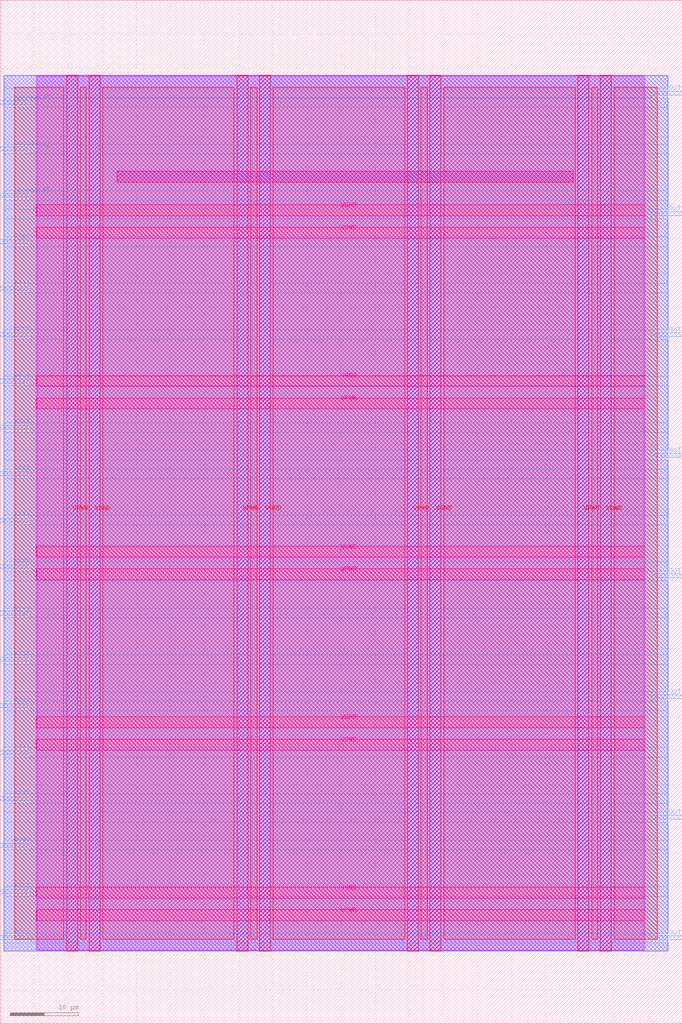
<source format=lef>
VERSION 5.7 ;
  NOWIREEXTENSIONATPIN ON ;
  DIVIDERCHAR "/" ;
  BUSBITCHARS "[]" ;
MACRO ALU
  CLASS BLOCK ;
  FOREIGN ALU ;
  ORIGIN 0.000 0.000 ;
  SIZE 100.000 BY 150.000 ;
  PIN A[0]
    DIRECTION INPUT ;
    USE SIGNAL ;
    ANTENNAGATEAREA 0.213000 ;
    PORT
      LAYER met3 ;
        RECT 0.000 59.880 4.000 60.480 ;
    END
  END A[0]
  PIN A[1]
    DIRECTION INPUT ;
    USE SIGNAL ;
    ANTENNAGATEAREA 0.213000 ;
    PORT
      LAYER met3 ;
        RECT 0.000 53.080 4.000 53.680 ;
    END
  END A[1]
  PIN A[2]
    DIRECTION INPUT ;
    USE SIGNAL ;
    ANTENNAGATEAREA 0.247500 ;
    PORT
      LAYER met3 ;
        RECT 0.000 46.280 4.000 46.880 ;
    END
  END A[2]
  PIN A[3]
    DIRECTION INPUT ;
    USE SIGNAL ;
    ANTENNAGATEAREA 0.247500 ;
    PORT
      LAYER met3 ;
        RECT 0.000 39.480 4.000 40.080 ;
    END
  END A[3]
  PIN A[4]
    DIRECTION INPUT ;
    USE SIGNAL ;
    ANTENNAGATEAREA 0.247500 ;
    PORT
      LAYER met3 ;
        RECT 0.000 32.680 4.000 33.280 ;
    END
  END A[4]
  PIN A[5]
    DIRECTION INPUT ;
    USE SIGNAL ;
    ANTENNAGATEAREA 0.213000 ;
    PORT
      LAYER met3 ;
        RECT 0.000 25.880 4.000 26.480 ;
    END
  END A[5]
  PIN A[6]
    DIRECTION INPUT ;
    USE SIGNAL ;
    ANTENNAGATEAREA 0.495000 ;
    PORT
      LAYER met3 ;
        RECT 0.000 19.080 4.000 19.680 ;
    END
  END A[6]
  PIN A[7]
    DIRECTION INPUT ;
    USE SIGNAL ;
    ANTENNAGATEAREA 0.213000 ;
    PORT
      LAYER met3 ;
        RECT 0.000 12.280 4.000 12.880 ;
    END
  END A[7]
  PIN B[0]
    DIRECTION INPUT ;
    USE SIGNAL ;
    ANTENNAGATEAREA 0.247500 ;
    PORT
      LAYER met3 ;
        RECT 0.000 114.280 4.000 114.880 ;
    END
  END B[0]
  PIN B[1]
    DIRECTION INPUT ;
    USE SIGNAL ;
    ANTENNAGATEAREA 0.495000 ;
    PORT
      LAYER met3 ;
        RECT 0.000 107.480 4.000 108.080 ;
    END
  END B[1]
  PIN B[2]
    DIRECTION INPUT ;
    USE SIGNAL ;
    ANTENNAGATEAREA 0.159000 ;
    PORT
      LAYER met3 ;
        RECT 0.000 100.680 4.000 101.280 ;
    END
  END B[2]
  PIN B[3]
    DIRECTION INPUT ;
    USE SIGNAL ;
    ANTENNAGATEAREA 0.159000 ;
    PORT
      LAYER met3 ;
        RECT 0.000 93.880 4.000 94.480 ;
    END
  END B[3]
  PIN B[4]
    DIRECTION INPUT ;
    USE SIGNAL ;
    ANTENNAGATEAREA 0.159000 ;
    PORT
      LAYER met3 ;
        RECT 0.000 87.080 4.000 87.680 ;
    END
  END B[4]
  PIN B[5]
    DIRECTION INPUT ;
    USE SIGNAL ;
    ANTENNAGATEAREA 0.247500 ;
    PORT
      LAYER met3 ;
        RECT 0.000 80.280 4.000 80.880 ;
    END
  END B[5]
  PIN B[6]
    DIRECTION INPUT ;
    USE SIGNAL ;
    ANTENNAGATEAREA 0.247500 ;
    PORT
      LAYER met3 ;
        RECT 0.000 73.480 4.000 74.080 ;
    END
  END B[6]
  PIN B[7]
    DIRECTION INPUT ;
    USE SIGNAL ;
    ANTENNAGATEAREA 0.126000 ;
    PORT
      LAYER met3 ;
        RECT 0.000 66.680 4.000 67.280 ;
    END
  END B[7]
  PIN OUT[0]
    DIRECTION OUTPUT ;
    USE SIGNAL ;
    ANTENNADIFFAREA 0.445500 ;
    PORT
      LAYER met3 ;
        RECT 96.000 136.040 100.000 136.640 ;
    END
  END OUT[0]
  PIN OUT[1]
    DIRECTION OUTPUT ;
    USE SIGNAL ;
    ANTENNADIFFAREA 0.445500 ;
    PORT
      LAYER met3 ;
        RECT 96.000 118.360 100.000 118.960 ;
    END
  END OUT[1]
  PIN OUT[2]
    DIRECTION OUTPUT ;
    USE SIGNAL ;
    ANTENNADIFFAREA 0.445500 ;
    PORT
      LAYER met3 ;
        RECT 96.000 100.680 100.000 101.280 ;
    END
  END OUT[2]
  PIN OUT[3]
    DIRECTION OUTPUT ;
    USE SIGNAL ;
    ANTENNADIFFAREA 0.445500 ;
    PORT
      LAYER met3 ;
        RECT 96.000 83.000 100.000 83.600 ;
    END
  END OUT[3]
  PIN OUT[4]
    DIRECTION OUTPUT ;
    USE SIGNAL ;
    ANTENNADIFFAREA 0.445500 ;
    PORT
      LAYER met3 ;
        RECT 96.000 65.320 100.000 65.920 ;
    END
  END OUT[4]
  PIN OUT[5]
    DIRECTION OUTPUT ;
    USE SIGNAL ;
    ANTENNADIFFAREA 0.445500 ;
    PORT
      LAYER met3 ;
        RECT 96.000 47.640 100.000 48.240 ;
    END
  END OUT[5]
  PIN OUT[6]
    DIRECTION OUTPUT ;
    USE SIGNAL ;
    ANTENNADIFFAREA 0.445500 ;
    PORT
      LAYER met3 ;
        RECT 96.000 29.960 100.000 30.560 ;
    END
  END OUT[6]
  PIN OUT[7]
    DIRECTION OUTPUT ;
    USE SIGNAL ;
    ANTENNADIFFAREA 1.782000 ;
    PORT
      LAYER met3 ;
        RECT 96.000 12.280 100.000 12.880 ;
    END
  END OUT[7]
  PIN VGND
    DIRECTION INOUT ;
    USE GROUND ;
    PORT
      LAYER met4 ;
        RECT 13.020 10.640 14.620 138.960 ;
    END
    PORT
      LAYER met4 ;
        RECT 38.020 10.640 39.620 138.960 ;
    END
    PORT
      LAYER met4 ;
        RECT 63.020 10.640 64.620 138.960 ;
    END
    PORT
      LAYER met4 ;
        RECT 88.020 10.640 89.620 138.960 ;
    END
    PORT
      LAYER met5 ;
        RECT 5.280 18.380 94.540 19.980 ;
    END
    PORT
      LAYER met5 ;
        RECT 5.280 43.380 94.540 44.980 ;
    END
    PORT
      LAYER met5 ;
        RECT 5.280 68.380 94.540 69.980 ;
    END
    PORT
      LAYER met5 ;
        RECT 5.280 93.380 94.540 94.980 ;
    END
    PORT
      LAYER met5 ;
        RECT 5.280 118.380 94.540 119.980 ;
    END
  END VGND
  PIN VPWR
    DIRECTION INOUT ;
    USE POWER ;
    PORT
      LAYER met4 ;
        RECT 9.720 10.640 11.320 138.960 ;
    END
    PORT
      LAYER met4 ;
        RECT 34.720 10.640 36.320 138.960 ;
    END
    PORT
      LAYER met4 ;
        RECT 59.720 10.640 61.320 138.960 ;
    END
    PORT
      LAYER met4 ;
        RECT 84.720 10.640 86.320 138.960 ;
    END
    PORT
      LAYER met5 ;
        RECT 5.280 15.080 94.540 16.680 ;
    END
    PORT
      LAYER met5 ;
        RECT 5.280 40.080 94.540 41.680 ;
    END
    PORT
      LAYER met5 ;
        RECT 5.280 65.080 94.540 66.680 ;
    END
    PORT
      LAYER met5 ;
        RECT 5.280 90.080 94.540 91.680 ;
    END
    PORT
      LAYER met5 ;
        RECT 5.280 115.080 94.540 116.680 ;
    END
  END VPWR
  PIN opcode[0]
    DIRECTION INPUT ;
    USE SIGNAL ;
    ANTENNAGATEAREA 0.159000 ;
    PORT
      LAYER met3 ;
        RECT 0.000 134.680 4.000 135.280 ;
    END
  END opcode[0]
  PIN opcode[1]
    DIRECTION INPUT ;
    USE SIGNAL ;
    ANTENNAGATEAREA 0.213000 ;
    PORT
      LAYER met3 ;
        RECT 0.000 127.880 4.000 128.480 ;
    END
  END opcode[1]
  PIN opcode[2]
    DIRECTION INPUT ;
    USE SIGNAL ;
    ANTENNAGATEAREA 0.247500 ;
    PORT
      LAYER met3 ;
        RECT 0.000 121.080 4.000 121.680 ;
    END
  END opcode[2]
  OBS
      LAYER nwell ;
        RECT 5.330 10.795 94.490 138.910 ;
      LAYER li1 ;
        RECT 5.520 10.795 94.300 138.805 ;
      LAYER met1 ;
        RECT 0.530 10.640 97.910 138.960 ;
      LAYER met2 ;
        RECT 0.550 10.695 97.890 138.905 ;
      LAYER met3 ;
        RECT 0.525 137.040 97.915 138.885 ;
        RECT 0.525 135.680 95.600 137.040 ;
        RECT 4.400 135.640 95.600 135.680 ;
        RECT 4.400 134.280 97.915 135.640 ;
        RECT 0.525 128.880 97.915 134.280 ;
        RECT 4.400 127.480 97.915 128.880 ;
        RECT 0.525 122.080 97.915 127.480 ;
        RECT 4.400 120.680 97.915 122.080 ;
        RECT 0.525 119.360 97.915 120.680 ;
        RECT 0.525 117.960 95.600 119.360 ;
        RECT 0.525 115.280 97.915 117.960 ;
        RECT 4.400 113.880 97.915 115.280 ;
        RECT 0.525 108.480 97.915 113.880 ;
        RECT 4.400 107.080 97.915 108.480 ;
        RECT 0.525 101.680 97.915 107.080 ;
        RECT 4.400 100.280 95.600 101.680 ;
        RECT 0.525 94.880 97.915 100.280 ;
        RECT 4.400 93.480 97.915 94.880 ;
        RECT 0.525 88.080 97.915 93.480 ;
        RECT 4.400 86.680 97.915 88.080 ;
        RECT 0.525 84.000 97.915 86.680 ;
        RECT 0.525 82.600 95.600 84.000 ;
        RECT 0.525 81.280 97.915 82.600 ;
        RECT 4.400 79.880 97.915 81.280 ;
        RECT 0.525 74.480 97.915 79.880 ;
        RECT 4.400 73.080 97.915 74.480 ;
        RECT 0.525 67.680 97.915 73.080 ;
        RECT 4.400 66.320 97.915 67.680 ;
        RECT 4.400 66.280 95.600 66.320 ;
        RECT 0.525 64.920 95.600 66.280 ;
        RECT 0.525 60.880 97.915 64.920 ;
        RECT 4.400 59.480 97.915 60.880 ;
        RECT 0.525 54.080 97.915 59.480 ;
        RECT 4.400 52.680 97.915 54.080 ;
        RECT 0.525 48.640 97.915 52.680 ;
        RECT 0.525 47.280 95.600 48.640 ;
        RECT 4.400 47.240 95.600 47.280 ;
        RECT 4.400 45.880 97.915 47.240 ;
        RECT 0.525 40.480 97.915 45.880 ;
        RECT 4.400 39.080 97.915 40.480 ;
        RECT 0.525 33.680 97.915 39.080 ;
        RECT 4.400 32.280 97.915 33.680 ;
        RECT 0.525 30.960 97.915 32.280 ;
        RECT 0.525 29.560 95.600 30.960 ;
        RECT 0.525 26.880 97.915 29.560 ;
        RECT 4.400 25.480 97.915 26.880 ;
        RECT 0.525 20.080 97.915 25.480 ;
        RECT 4.400 18.680 97.915 20.080 ;
        RECT 0.525 13.280 97.915 18.680 ;
        RECT 4.400 11.880 95.600 13.280 ;
        RECT 0.525 10.715 97.915 11.880 ;
      LAYER met4 ;
        RECT 2.135 12.415 9.320 137.185 ;
        RECT 11.720 12.415 12.620 137.185 ;
        RECT 15.020 12.415 34.320 137.185 ;
        RECT 36.720 12.415 37.620 137.185 ;
        RECT 40.020 12.415 59.320 137.185 ;
        RECT 61.720 12.415 62.620 137.185 ;
        RECT 65.020 12.415 84.320 137.185 ;
        RECT 86.720 12.415 87.620 137.185 ;
        RECT 90.020 12.415 96.305 137.185 ;
      LAYER met5 ;
        RECT 17.140 123.300 84.060 124.900 ;
  END
END ALU
END LIBRARY


</source>
